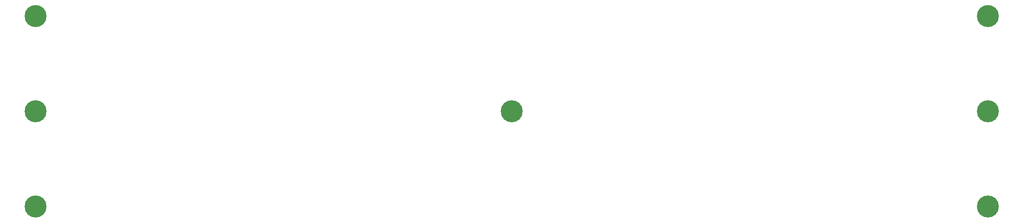
<source format=gbs>
G04 #@! TF.GenerationSoftware,KiCad,Pcbnew,(5.0.0)*
G04 #@! TF.CreationDate,2018-11-27T16:52:05-08:00*
G04 #@! TF.ProjectId,ContraBottomPlate,436F6E747261426F74746F6D506C6174,rev?*
G04 #@! TF.SameCoordinates,Original*
G04 #@! TF.FileFunction,Soldermask,Bot*
G04 #@! TF.FilePolarity,Negative*
%FSLAX46Y46*%
G04 Gerber Fmt 4.6, Leading zero omitted, Abs format (unit mm)*
G04 Created by KiCad (PCBNEW (5.0.0)) date 11/27/18 16:52:05*
%MOMM*%
%LPD*%
G01*
G04 APERTURE LIST*
%ADD10C,4.400000*%
G04 APERTURE END LIST*
D10*
G04 #@! TO.C,REF\002A\002A*
X153987500Y-85725000D03*
G04 #@! TD*
G04 #@! TO.C,REF\002A\002A*
X58737500Y-66675000D03*
G04 #@! TD*
G04 #@! TO.C,REF\002A\002A*
X58737500Y-104775000D03*
G04 #@! TD*
G04 #@! TO.C,REF\002A\002A*
X249237500Y-66675000D03*
G04 #@! TD*
G04 #@! TO.C,REF\002A\002A*
X249237500Y-104775000D03*
G04 #@! TD*
G04 #@! TO.C,REF\002A\002A*
X58737500Y-85725000D03*
G04 #@! TD*
G04 #@! TO.C,REF\002A\002A*
X249237500Y-85725000D03*
G04 #@! TD*
M02*

</source>
